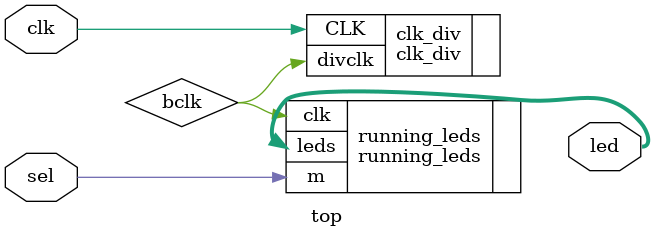
<source format=v>
`timescale 1ns / 1ps


module top(
input sel,
input clk,
output [11:0] led
    );
    wire bclk;
    clk_div clk_div(.CLK(clk),.divclk(bclk));
    running_leds running_leds(.clk(bclk),.leds(led),.m(sel));
endmodule

</source>
